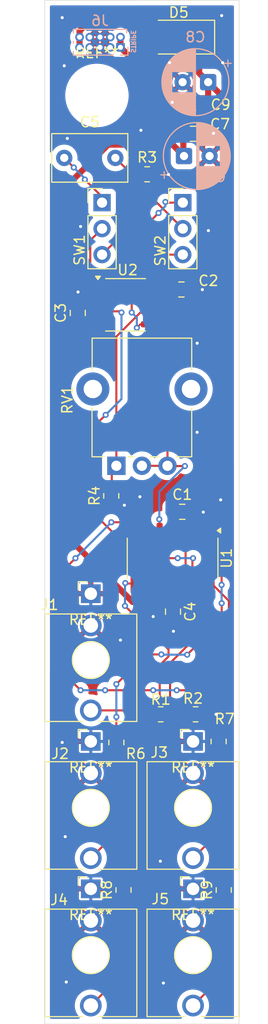
<source format=kicad_pcb>
(kicad_pcb (version 20241229) (generator "pcbnew") (generator_version "9.0")
  (layers (0 "F.Cu" signal) (2 "B.Cu" signal) (13 "F.Paste" user) (15 "B.Paste" user) (5 "F.SilkS" user "F.Silkscreen") (7 "B.SilkS" user "B.Silkscreen") (1 "F.Mask" user) (3 "B.Mask" user) (25 "Edge.Cuts" user))
  (net 0 "")
  (net 1 "GND")
  (net 2 "+12V")
  (net 3 "-12V")
  (net 4 "Net-(SW1-C)")
  (net 5 "Net-(SW1-A)")
  (net 6 "Net-(U2B--)")
  (net 7 "/pwr-eurorack-10p/+12V_IN")
  (net 8 "Net-(J1-PadT)")
  (net 9 "Net-(J2-PadT)")
  (net 10 "Net-(J3-PadT)")
  (net 11 "Net-(J4-PadT)")
  (net 12 "Net-(J5-PadT)")
  (net 13 "Net-(U2A-+)")
  (net 14 "Net-(SW2-C)")
  (net 15 "Net-(U1A--)")
  (net 16 "Net-(U1B--)")
  (net 17 "Net-(U1C--)")
  (net 18 "Net-(U1D--)")
  (net 19 "Net-(SW2-A)")
  (net 20 "Net-(SW1-B)")
  (footprint "MountingHole:MountingHole_3mm" (layer "F.Cu") (at 124.5 153.28)
    (property "Reference" "REF**" (at 0 -3.95 0) (layer "F.SilkS"))
    (property "Value" "MountingHole_3mm")
    (pad "" np_thru_hole circle (at 0 0) (size 3 3) (drill 3) (layers "*.Cu" "*.Mask"))
  )
  (footprint "MountingHole:MountingHole_3mm" (layer "F.Cu") (at 124.5 138.88)
    (property "Reference" "REF**" (at 0 -3.95 0) (layer "F.SilkS"))
    (property "Value" "MountingHole_3mm")
    (pad "" np_thru_hole circle (at 0 0) (size 3 3) (drill 3) (layers "*.Cu" "*.Mask"))
  )
  (footprint "Capacitor_SMD:C_0805_2012Metric" (layer "F.Cu") (at 134.5 70)
    (property "Reference" "C9" (at 2.7 0.2 0) (layer "F.SilkS"))
    (property "Value" "0.1uF")
    (pad "1" smd roundrect (at -0.95 0) (size 1 1.45) (layers "F.Cu" "F.Mask" "F.Paste") (net 1 "GND"))
    (pad "2" smd roundrect (at 0.95 0) (size 1 1.45) (layers "F.Cu" "F.Mask" "F.Paste") (net 2 "+12V"))
  )
  (footprint "drichert:Jack_3.5mm_QingPu_WQP-PJ398SM_Vertical_CircularHoles" (layer "F.Cu") (at 124.5 146.8)
    (property "Reference" "J4" (at -3.1 1.08 180) (layer "F.SilkS"))
    (property "Value" "OUT3")
    (pad "S" thru_hole rect (at 0 0 180) (size 1.93 1.83) (drill 1.22) (layers "*.Cu" "*.Mask") (net 1 "GND"))
    (pad "T" thru_hole circle (at 0 11.4 180) (size 2.13 2.13) (drill 1.43) (layers "*.Cu" "*.Mask") (net 11 "Net-(J4-PadT)"))
    (pad "TN" thru_hole circle (at 0 3.1 180) (size 2.13 2.13) (drill 1.42) (layers "*.Cu" "*.Mask") (net 1 "GND"))
    (zone (net 0) (net_name "") (layer "F.Cu") (connect_pads (clearance 0)) (min_thickness 0.254)
      (keepout (tracks not_allowed) (vias not_allowed) (pads not_allowed) (copperpour not_allowed) (footprints not_allowed))
      (fill (thermal_gap 0.508) (thermal_bridge_width 0.508))
      (polygon (pts (xy 126.005141 153.28) (xy 125.98493 153.034171) (xy 125.924841 152.794945) (xy 125.826486 152.568744) (xy 125.692508 152.361645) (xy 125.526504 152.17921) (xy 125.332932 152.026336) (xy 125.116992 151.907131) (xy 124.884482 151.824794) (xy 124.641646 151.781539) (xy 124.395007 151.778525) (xy 124.151187 151.815835) (xy 123.916734 151.892466) (xy 123.697946 152.00636) (xy 123.500697 152.154458) (xy 123.330286 152.332784) (xy 123.191288 152.536548) (xy 123.087436 152.760278) (xy 123.021519 152.997965) (xy 122.995308 153.243226) (xy 123.009507 153.489475) (xy 123.063734 153.730099) (xy 123.156532 153.958634) (xy 123.285411 154.168945) (xy 123.446908 154.355382) (xy 123.636687 154.512939) (xy 123.84965 154.637385) (xy 124.080079 154.725377) (xy 124.321785 154.774553) (xy 124.568278 154.783592) (xy 124.812936 154.75225) (xy 125.049191 154.68137) (xy 125.270697 154.572856) (xy 125.471505 154.429621) (xy 125.646223 154.255512) (xy 125.790158 154.055205) (xy 125.899445 153.834079) (xy 125.971149 153.598074) (xy 126.003344 153.353526)))
    )
  )
  (footprint "Resistor_SMD:R_0805_2012Metric" (layer "F.Cu") (at 134.75 129.75 180)
    (property "Reference" "R2" (at 0.25 1.55 0) (layer "F.SilkS"))
    (property "Value" "100k")
    (pad "1" smd roundrect (at -0.9125 0 180) (size 1.025 1.4) (layers "F.Cu" "F.Mask" "F.Paste") (roundrect_rratio 0.243902) (net 1 "GND") (thermal_gap 0.3))
    (pad "2" smd roundrect (at 0.9125 0 180) (size 1.025 1.4) (layers "F.Cu" "F.Mask" "F.Paste") (roundrect_rratio 0.243902) (net 13 "Net-(U2A-+)"))
  )
  (footprint "Resistor_SMD:R_0805_2012Metric" (layer "F.Cu") (at 127 132.5 90)
    (property "Reference" "R6" (at -1.1 1.9 180) (layer "F.SilkS"))
    (property "Value" "1k")
    (pad "1" smd roundrect (at -0.9125 0 90) (size 1.025 1.4) (layers "F.Cu" "F.Mask" "F.Paste") (roundrect_rratio 0.243902) (net 9 "Net-(J2-PadT)"))
    (pad "2" smd roundrect (at 0.9125 0 90) (size 1.025 1.4) (layers "F.Cu" "F.Mask" "F.Paste") (roundrect_rratio 0.243902) (net 15 "Net-(U1A--)"))
  )
  (footprint "Resistor_SMD:R_0805_2012Metric" (layer "F.Cu") (at 137 132.4 90)
    (property "Reference" "R7" (at 2.2 0.593095 180) (layer "F.SilkS"))
    (property "Value" "1k")
    (pad "1" smd roundrect (at -0.9125 0 90) (size 1.025 1.4) (layers "F.Cu" "F.Mask" "F.Paste") (roundrect_rratio 0.243902) (net 10 "Net-(J3-PadT)"))
    (pad "2" smd roundrect (at 0.9125 0 90) (size 1.025 1.4) (layers "F.Cu" "F.Mask" "F.Paste") (roundrect_rratio 0.243902) (net 16 "Net-(U1B--)"))
  )
  (footprint "Resistor_SMD:R_0805_2012Metric" (layer "F.Cu") (at 131.3375 129.75 180)
    (property "Reference" "R1" (at 0 1.45 0) (layer "F.SilkS"))
    (property "Value" "10k")
    (pad "1" smd roundrect (at -0.9125 0 180) (size 1.025 1.4) (layers "F.Cu" "F.Mask" "F.Paste") (roundrect_rratio 0.243902) (net 13 "Net-(U2A-+)"))
    (pad "2" smd roundrect (at 0.9125 0 180) (size 1.025 1.4) (layers "F.Cu" "F.Mask" "F.Paste") (roundrect_rratio 0.243902) (net 8 "Net-(J1-PadT)"))
  )
  (footprint "Resistor_SMD:R_0805_2012Metric" (layer "F.Cu") (at 127.7 146.9125 90)
    (property "Reference" "R8" (at 0 -1.65 90) (layer "F.SilkS"))
    (property "Value" "1k")
    (pad "1" smd roundrect (at -0.9125 0 90) (size 1.025 1.4) (layers "F.Cu" "F.Mask" "F.Paste") (roundrect_rratio 0.243902) (net 11 "Net-(J4-PadT)"))
    (pad "2" smd roundrect (at 0.9125 0 90) (size 1.025 1.4) (layers "F.Cu" "F.Mask" "F.Paste") (roundrect_rratio 0.243902) (net 17 "Net-(U1C--)"))
  )
  (footprint "Capacitor_SMD:C_0805_2012Metric" (layer "F.Cu") (at 132.54 119.725 -90)
    (property "Reference" "C4" (at 0 -1.68 90) (layer "F.SilkS"))
    (property "Value" "0.1uF")
    (pad "1" smd roundrect (at -0.95 0 270) (size 1 1.45) (layers "F.Cu" "F.Mask" "F.Paste") (net 3 "-12V"))
    (pad "2" smd roundrect (at 0.95 0 270) (size 1 1.45) (layers "F.Cu" "F.Mask" "F.Paste") (net 1 "GND"))
  )
  (footprint "Capacitor_THT:C_Rect_L7.2mm_W4.5mm_P5.00mm_FKS2_FKP2_MKS2_MKP2" (layer "F.Cu") (at 121.9 75.4)
    (property "Reference" "C5" (at 2.5 -3.5 0) (layer "F.SilkS"))
    (property "Value" "1uF")
    (pad "1" thru_hole circle (at 0 0) (size 1.6 1.6) (drill 0.8) (layers "*.Cu" "*.Mask") (net 5 "Net-(SW1-A)"))
    (pad "2" thru_hole circle (at 5 0) (size 1.6 1.6) (drill 0.8) (layers "*.Cu" "*.Mask") (net 4 "Net-(SW1-C)"))
  )
  (footprint "Capacitor_SMD:C_0805_2012Metric" (layer "F.Cu") (at 133.444032 109.967117)
    (property "Reference" "C1" (at 0 -1.68 0) (layer "F.SilkS"))
    (property "Value" "0.1uF")
    (pad "1" smd roundrect (at -0.95 0) (size 1 1.45) (layers "F.Cu" "F.Mask" "F.Paste") (net 2 "+12V"))
    (pad "2" smd roundrect (at 0.95 0) (size 1 1.45) (layers "F.Cu" "F.Mask" "F.Paste") (net 1 "GND"))
  )
  (footprint "Resistor_SMD:R_0805_2012Metric" (layer "F.Cu") (at 126.5 108.4125 90)
    (property "Reference" "R4" (at 0 -1.65 90) (layer "F.SilkS"))
    (property "Value" "10k")
    (pad "1" smd roundrect (at -0.9125 0 90) (size 1.025 1.4) (layers "F.Cu" "F.Mask" "F.Paste") (roundrect_rratio 0.243902) (net 1 "GND"))
    (pad "2" smd roundrect (at 0.9125 0 90) (size 1.025 1.4) (layers "F.Cu" "F.Mask" "F.Paste") (roundrect_rratio 0.243902) (net 6 "Net-(U2B--)"))
  )
  (footprint "drichert:Potentiometer_Alpha_RD901F-40-00D_Single_Vertical_CircularHoles" (layer "F.Cu") (at 127 105.475 90)
    (property "Reference" "RV1" (at 6.45 -4.8 90) (layer "F.SilkS"))
    (property "Value" "100k")
    (pad "" thru_hole circle (at 7.5 -2.3 180) (size 3.24 3.24) (drill 1.8) (layers "*.Cu" "*.Mask"))
    (pad "" thru_hole circle (at 7.5 7.3 180) (size 3.24 3.24) (drill 1.8) (layers "*.Cu" "*.Mask"))
    (pad "1" thru_hole rect (at 0 0 180) (size 1.8 1.8) (drill 1) (layers "*.Cu" "*.Mask") (net 6 "Net-(U2B--)"))
    (pad "2" thru_hole circle (at 0 2.5 180) (size 1.8 1.8) (drill 1) (layers "*.Cu" "*.Mask") (net 14 "Net-(SW2-C)"))
    (pad "3" thru_hole circle (at 0 5 180) (size 1.8 1.8) (drill 1) (layers "*.Cu" "*.Mask") (net 14 "Net-(SW2-C)"))
  )
  (footprint "drichert:ToggleSwitch_1x03_P2.54mm_Vertical" (layer "F.Cu") (at 133.4995 79.767375)
    (property "Reference" "SW2" (at -2.205382 4.692957 90) (layer "F.SilkS"))
    (property "Value" "DRIVE")
    (pad "1" thru_hole rect (at 0 0) (size 1.7 1.7) (drill 1) (layers "*.Cu" "*.Mask") (net 19 "Net-(SW2-A)"))
    (pad "2" thru_hole circle (at 0 2.54) (size 1.7 1.7) (drill 1) (layers "*.Cu" "*.Mask") (net 4 "Net-(SW1-C)"))
    (pad "3" thru_hole circle (at 0 5.08) (size 1.7 1.7) (drill 1) (layers "*.Cu" "*.Mask") (net 14 "Net-(SW2-C)"))
  )
  (footprint "Resistor_SMD:R_0805_2012Metric" (layer "F.Cu") (at 130.0125 77)
    (property "Reference" "R3" (at 0 -1.65 0) (layer "F.SilkS"))
    (property "Value" "1M")
    (pad "1" smd roundrect (at -0.9125 0) (size 1.025 1.4) (layers "F.Cu" "F.Mask" "F.Paste") (roundrect_rratio 0.243902) (net 4 "Net-(SW1-C)"))
    (pad "2" smd roundrect (at 0.9125 0) (size 1.025 1.4) (layers "F.Cu" "F.Mask" "F.Paste") (roundrect_rratio 0.243902) (net 1 "GND"))
  )
  (footprint "MountingHole:MountingHole_3.2mm_M3" (layer "F.Cu") (at 125.1 69.3)
    (property "Reference" "REF**" (at 0 -4.15 0) (layer "F.SilkS"))
    (property "Value" "MountingHole_3.2mm_M3")
    (pad "" np_thru_hole circle (at 0 0) (size 3.2 3.2) (drill 3.2) (layers "*.Cu" "*.Mask") (clearance 1.5))
  )
  (footprint "Diode_SMD:D_SMA" (layer "F.Cu") (at 133.1 63.6 180)
    (property "Reference" "D5" (at 0 2.4 0) (layer "F.SilkS"))
    (property "Value" "SS12")
    (pad "1" smd roundrect (at -2 0 180) (size 2.5 1.8) (layers "F.Cu" "F.Mask" "F.Paste") (roundrect_rratio 0.1388888889) (net 2 "+12V"))
    (pad "2" smd roundrect (at 2 0 180) (size 2.5 1.8) (layers "F.Cu" "F.Mask" "F.Paste") (roundrect_rratio 0.1388888889) (net 7 "/pwr-eurorack-10p/+12V_IN"))
  )
  (footprint "drichert:ToggleSwitch_1x03_P2.54mm_Vertical" (layer "F.Cu") (at 125.6 79.767375)
    (property "Reference" "SW1" (at -2.2 4.632625 270) (layer "F.SilkS"))
    (property "Value" "AC_COUPLE")
    (pad "1" thru_hole rect (at 0 0) (size 1.7 1.7) (drill 1) (layers "*.Cu" "*.Mask") (net 5 "Net-(SW1-A)"))
    (pad "2" thru_hole circle (at 0 2.54) (size 1.7 1.7) (drill 1) (layers "*.Cu" "*.Mask") (net 20 "Net-(SW1-B)"))
    (pad "3" thru_hole circle (at 0 5.08) (size 1.7 1.7) (drill 1) (layers "*.Cu" "*.Mask") (net 4 "Net-(SW1-C)"))
  )
  (footprint "drichert:Jack_3.5mm_QingPu_WQP-PJ398SM_Vertical_CircularHoles" (layer "F.Cu") (at 134.5 132.4)
    (property "Reference" "J3" (at -3.3 1.08 180) (layer "F.SilkS"))
    (property "Value" "OUT2")
    (pad "S" thru_hole rect (at 0 0 180) (size 1.93 1.83) (drill 1.22) (layers "*.Cu" "*.Mask") (net 1 "GND"))
    (pad "T" thru_hole circle (at 0 11.4 180) (size 2.13 2.13) (drill 1.43) (layers "*.Cu" "*.Mask") (net 10 "Net-(J3-PadT)"))
    (pad "TN" thru_hole circle (at 0 3.1 180) (size 2.13 2.13) (drill 1.42) (layers "*.Cu" "*.Mask") (net 1 "GND"))
    (zone (net 0) (net_name "") (layer "F.Cu") (connect_pads (clearance 0)) (min_thickness 0.254)
      (keepout (tracks not_allowed) (vias not_allowed) (pads not_allowed) (copperpour not_allowed) (footprints not_allowed))
      (fill (thermal_gap 0.508) (thermal_bridge_width 0.508))
      (polygon (pts (xy 136.005141 138.88) (xy 135.98493 138.634171) (xy 135.924841 138.394945) (xy 135.826486 138.168744) (xy 135.692508 137.961645) (xy 135.526504 137.77921) (xy 135.332932 137.626336) (xy 135.116992 137.507131) (xy 134.884482 137.424794) (xy 134.641646 137.381539) (xy 134.395007 137.378525) (xy 134.151187 137.415835) (xy 133.916734 137.492466) (xy 133.697946 137.60636) (xy 133.500697 137.754458) (xy 133.330286 137.932784) (xy 133.191288 138.136548) (xy 133.087436 138.360278) (xy 133.021519 138.597965) (xy 132.995308 138.843226) (xy 133.009507 139.089475) (xy 133.063734 139.330099) (xy 133.156532 139.558634) (xy 133.285411 139.768945) (xy 133.446908 139.955382) (xy 133.636687 140.112939) (xy 133.84965 140.237385) (xy 134.080079 140.325377) (xy 134.321785 140.374553) (xy 134.568278 140.383592) (xy 134.812936 140.35225) (xy 135.049191 140.28137) (xy 135.270697 140.172856) (xy 135.471505 140.029621) (xy 135.646223 139.855512) (xy 135.790158 139.655205) (xy 135.899445 139.434079) (xy 135.971149 139.198074) (xy 136.003344 138.953526)))
    )
  )
  (footprint "Capacitor_SMD:C_0805_2012Metric" (layer "F.Cu") (at 123.223662 90.547277 90)
    (property "Reference" "C3" (at 0 -1.68 90) (layer "F.SilkS"))
    (property "Value" "0.1uF")
    (pad "1" smd roundrect (at -0.95 0 90) (size 1 1.45) (layers "F.Cu" "F.Mask" "F.Paste") (net 3 "-12V"))
    (pad "2" smd roundrect (at 0.95 0 90) (size 1 1.45) (layers "F.Cu" "F.Mask" "F.Paste") (net 1 "GND"))
  )
  (footprint "MountingHole:MountingHole_3mm" (layer "F.Cu") (at 134.5 153.28)
    (property "Reference" "REF**" (at 0 -3.95 0) (layer "F.SilkS"))
    (property "Value" "MountingHole_3mm")
    (pad "" np_thru_hole circle (at 0 0) (size 3 3) (drill 3) (layers "*.Cu" "*.Mask"))
  )
  (footprint "drichert:Jack_3.5mm_QingPu_WQP-PJ398SM_Vertical_CircularHoles" (layer "F.Cu") (at 124.5 117.97)
    (property "Reference" "J1" (at -4.03 1.08 180) (layer "F.SilkS"))
    (property "Value" "IN")
    (pad "S" thru_hole rect (at 0 0 180) (size 1.93 1.83) (drill 1.22) (layers "*.Cu" "*.Mask") (net 1 "GND"))
    (pad "T" thru_hole circle (at 0 11.4 180) (size 2.13 2.13) (drill 1.43) (layers "*.Cu" "*.Mask") (net 8 "Net-(J1-PadT)"))
    (pad "TN" thru_hole circle (at 0 3.1 180) (size 2.13 2.13) (drill 1.42) (layers "*.Cu" "*.Mask") (net 1 "GND"))
    (zone (net 0) (net_name "") (layer "F.Cu") (connect_pads (clearance 0)) (min_thickness 0.254)
      (keepout (tracks not_allowed) (vias not_allowed) (pads not_allowed) (copperpour not_allowed) (footprints not_allowed))
      (fill (thermal_gap 0.508) (thermal_bridge_width 0.508))
      (polygon (pts (xy 126.005141 124.45) (xy 125.98493 124.204171) (xy 125.924841 123.964945) (xy 125.826486 123.738744) (xy 125.692508 123.531645) (xy 125.526504 123.34921) (xy 125.332932 123.196336) (xy 125.116992 123.077131) (xy 124.884482 122.994794) (xy 124.641646 122.951539) (xy 124.395007 122.948525) (xy 124.151187 122.985835) (xy 123.916734 123.062466) (xy 123.697946 123.17636) (xy 123.500697 123.324458) (xy 123.330286 123.502784) (xy 123.191288 123.706548) (xy 123.087436 123.930278) (xy 123.021519 124.167965) (xy 122.995308 124.413226) (xy 123.009507 124.659475) (xy 123.063734 124.900099) (xy 123.156532 125.128634) (xy 123.285411 125.338945) (xy 123.446908 125.525382) (xy 123.636687 125.682939) (xy 123.84965 125.807385) (xy 124.080079 125.895377) (xy 124.321785 125.944553) (xy 124.568278 125.953592) (xy 124.812936 125.92225) (xy 125.049191 125.85137) (xy 125.270697 125.742856) (xy 125.471505 125.599621) (xy 125.646223 125.425512) (xy 125.790158 125.225205) (xy 125.899445 125.004079) (xy 125.971149 124.768074) (xy 126.003344 124.523526)))
    )
  )
  (footprint "Package_SO:SOIC-14_3.9x8.7mm_P1.27mm" (layer "F.Cu") (at 132.5 114.5 -90)
    (property "Reference" "U1" (at 0 -5.28 90) (layer "F.SilkS"))
    (property "Value" "TL074")
    (pad "1" smd roundrect (at -2.475 -3.81 270) (size 1.95 0.6) (layers "F.Cu" "F.Mask" "F.Paste") (net 15 "Net-(U1A--)"))
    (pad "2" smd roundrect (at -2.475 -2.54 270) (size 1.95 0.6) (layers "F.Cu" "F.Mask" "F.Paste") (net 15 "Net-(U1A--)"))
    (pad "3" smd roundrect (at -2.475 -1.27 270) (size 1.95 0.6) (layers "F.Cu" "F.Mask" "F.Paste") (net 14 "Net-(SW2-C)"))
    (pad "4" smd roundrect (at -2.475 0 270) (size 1.95 0.6) (layers "F.Cu" "F.Mask" "F.Paste") (net 2 "+12V"))
    (pad "5" smd roundrect (at -2.475 1.27 270) (size 1.95 0.6) (layers "F.Cu" "F.Mask" "F.Paste") (net 14 "Net-(SW2-C)"))
    (pad "6" smd roundrect (at -2.475 2.54 270) (size 1.95 0.6) (layers "F.Cu" "F.Mask" "F.Paste") (net 16 "Net-(U1B--)"))
    (pad "7" smd roundrect (at -2.475 3.81 270) (size 1.95 0.6) (layers "F.Cu" "F.Mask" "F.Paste") (net 16 "Net-(U1B--)"))
    (pad "8" smd roundrect (at 2.475 3.81 270) (size 1.95 0.6) (layers "F.Cu" "F.Mask" "F.Paste") (net 17 "Net-(U1C--)"))
    (pad "9" smd roundrect (at 2.475 2.54 270) (size 1.95 0.6) (layers "F.Cu" "F.Mask" "F.Paste") (net 17 "Net-(U1C--)"))
    (pad "10" smd roundrect (at 2.475 1.27 270) (size 1.95 0.6) (layers "F.Cu" "F.Mask" "F.Paste") (net 14 "Net-(SW2-C)"))
    (pad "11" smd roundrect (at 2.475 0 270) (size 1.95 0.6) (layers "F.Cu" "F.Mask" "F.Paste") (net 3 "-12V"))
    (pad "12" smd roundrect (at 2.475 -1.27 270) (size 1.95 0.6) (layers "F.Cu" "F.Mask" "F.Paste") (net 14 "Net-(SW2-C)"))
    (pad "13" smd roundrect (at 2.475 -2.54 270) (size 1.95 0.6) (layers "F.Cu" "F.Mask" "F.Paste") (net 18 "Net-(U1D--)"))
    (pad "14" smd roundrect (at 2.475 -3.81 270) (size 1.95 0.6) (layers "F.Cu" "F.Mask" "F.Paste") (net 18 "Net-(U1D--)"))
  )
  (footprint "Package_SO:SOIC-8_3.9x4.9mm_P1.27mm" (layer "F.Cu") (at 127.9 89.75)
    (property "Reference" "U2" (at 0.2 -3.4 0) (layer "F.SilkS"))
    (property "Value" "TL072")
    (pad "1" smd roundrect (at -2.475 -1.905) (size 1.95 0.6) (layers "F.Cu" "F.Mask" "F.Paste") (net 20 "Net-(SW1-B)"))
    (pad "2" smd roundrect (at -2.475 -0.635) (size 1.95 0.6) (layers "F.Cu" "F.Mask" "F.Paste") (net 20 "Net-(SW1-B)"))
    (pad "3" smd roundrect (at -2.475 0.635) (size 1.95 0.6) (layers "F.Cu" "F.Mask" "F.Paste") (net 13 "Net-(U2A-+)"))
    (pad "4" smd roundrect (at -2.475 1.905) (size 1.95 0.6) (layers "F.Cu" "F.Mask" "F.Paste") (net 3 "-12V"))
    (pad "5" smd roundrect (at 2.475 1.905) (size 1.95 0.6) (layers "F.Cu" "F.Mask" "F.Paste") (net 19 "Net-(SW2-A)"))
    (pad "6" smd roundrect (at 2.475 0.635) (size 1.95 0.6) (layers "F.Cu" "F.Mask" "F.Paste") (net 6 "Net-(U2B--)"))
    (pad "7" smd roundrect (at 2.475 -0.635) (size 1.95 0.6) (layers "F.Cu" "F.Mask" "F.Paste") (net 14 "Net-(SW2-C)"))
    (pad "8" smd roundrect (at 2.475 -1.905) (size 1.95 0.6) (layers "F.Cu" "F.Mask" "F.Paste") (net 2 "+12V"))
  )
  (footprint "MountingHole:MountingHole_3mm" (layer "F.Cu") (at 134.5 138.88)
    (property "Reference" "REF**" (at 0 -3.95 0) (layer "F.SilkS"))
    (property "Value" "MountingHole_3mm")
    (pad "" np_thru_hole circle (at 0 0) (size 3 3) (drill 3) (layers "*.Cu" "*.Mask"))
  )
  (footprint "drichert:Jack_3.5mm_QingPu_WQP-PJ398SM_Vertical_CircularHoles" (layer "F.Cu") (at 124.5 132.4)
    (property "Reference" "J2" (at -3 1.2 180) (layer "F.SilkS"))
    (property "Value" "OUT1")
    (pad "S" thru_hole rect (at 0 0 180) (size 1.93 1.83) (drill 1.22) (layers "*.Cu" "*.Mask") (net 1 "GND"))
    (pad "T" thru_hole circle (at 0 11.4 180) (size 2.13 2.13) (drill 1.43) (layers "*.Cu" "*.Mask") (net 9 "Net-(J2-PadT)"))
    (pad "TN" thru_hole circle (at 0 3.1 180) (size 2.13 2.13) (drill 1.42) (layers "*.Cu" "*.Mask") (net 1 "GND"))
    (zone (net 0) (net_name "") (layer "F.Cu") (connect_pads (clearance 0)) (min_thickness 0.254)
      (keepout (tracks not_allowed) (vias not_allowed) (pads not_allowed) (copperpour not_allowed) (footprints not_allowed))
      (fill (thermal_gap 0.508) (thermal_bridge_width 0.508))
      (polygon (pts (xy 126.005141 138.88) (xy 125.98493 138.634171) (xy 125.924841 138.394945) (xy 125.826486 138.168744) (xy 125.692508 137.961645) (xy 125.526504 137.77921) (xy 125.332932 137.626336) (xy 125.116992 137.507131) (xy 124.884482 137.424794) (xy 124.641646 137.381539) (xy 124.395007 137.378525) (xy 124.151187 137.415835) (xy 123.916734 137.492466) (xy 123.697946 137.60636) (xy 123.500697 137.754458) (xy 123.330286 137.932784) (xy 123.191288 138.136548) (xy 123.087436 138.360278) (xy 123.021519 138.597965) (xy 122.995308 138.843226) (xy 123.009507 139.089475) (xy 123.063734 139.330099) (xy 123.156532 139.558634) (xy 123.285411 139.768945) (xy 123.446908 139.955382) (xy 123.636687 140.112939) (xy 123.84965 140.237385) (xy 124.080079 140.325377) (xy 124.321785 140.374553) (xy 124.568278 140.383592) (xy 124.812936 140.35225) (xy 125.049191 140.28137) (xy 125.270697 140.172856) (xy 125.471505 140.029621) (xy 125.646223 139.855512) (xy 125.790158 139.655205) (xy 125.899445 139.434079) (xy 125.971149 139.198074) (xy 126.003344 138.953526)))
    )
  )
  (footprint "Capacitor_SMD:C_0805_2012Metric" (layer "F.Cu") (at 134.5 73.042968)
    (property "Reference" "C7" (at 2.644344 -0.942968 0) (layer "F.SilkS"))
    (property "Value" "0.1uF")
    (pad "1" smd roundrect (at -0.95 0) (size 1 1.45) (layers "F.Cu" "F.Mask" "F.Paste") (net 3 "-12V"))
    (pad "2" smd roundrect (at 0.95 0) (size 1 1.45) (layers "F.Cu" "F.Mask" "F.Paste") (net 1 "GND"))
  )
  (footprint "Resistor_SMD:R_0805_2012Metric" (layer "F.Cu") (at 137.5 146.9125 90)
    (property "Reference" "R9" (at 0 -1.65 90) (layer "F.SilkS"))
    (property "Value" "1k")
    (pad "1" smd roundrect (at -0.9125 0 90) (size 1.025 1.4) (layers "F.Cu" "F.Mask" "F.Paste") (roundrect_rratio 0.243902) (net 12 "Net-(J5-PadT)"))
    (pad "2" smd roundrect (at 0.9125 0 90) (size 1.025 1.4) (layers "F.Cu" "F.Mask" "F.Paste") (roundrect_rratio 0.243902) (net 18 "Net-(U1D--)"))
  )
  (footprint "MountingHole:MountingHole_3mm" (layer "F.Cu") (at 124.5 124.45)
    (property "Reference" "REF**" (at 0 -3.95 0) (layer "F.SilkS"))
    (property "Value" "MountingHole_3mm")
    (pad "" np_thru_hole circle (at 0 0) (size 3 3) (drill 3) (layers "*.Cu" "*.Mask"))
  )
  (footprint "Capacitor_SMD:C_0805_2012Metric" (layer "F.Cu") (at 133.36319 88.252629)
    (property "Reference" "C2" (at 2.63681 -0.852629 0) (layer "F.SilkS"))
    (property "Value" "0.1uF")
    (pad "1" smd roundrect (at -0.95 0) (size 1 1.45) (layers "F.Cu" "F.Mask" "F.Paste") (net 2 "+12V"))
    (pad "2" smd roundrect (at 0.95 0) (size 1 1.45) (layers "F.Cu" "F.Mask" "F.Paste") (net 1 "GND"))
  )
  (footprint "drichert:Jack_3.5mm_QingPu_WQP-PJ398SM_Vertical_CircularHoles" (layer "F.Cu") (at 134.5 146.8)
    (property "Reference" "J5" (at -3.2 1 180) (layer "F.SilkS"))
    (property "Value" "OUT4")
    (pad "S" thru_hole rect (at 0 0 180) (size 1.93 1.83) (drill 1.22) (layers "*.Cu" "*.Mask") (net 1 "GND"))
    (pad "T" thru_hole circle (at 0 11.4 180) (size 2.13 2.13) (drill 1.43) (layers "*.Cu" "*.Mask") (net 12 "Net-(J5-PadT)"))
    (pad "TN" thru_hole circle (at 0 3.1 180) (size 2.13 2.13) (drill 1.42) (layers "*.Cu" "*.Mask") (net 1 "GND"))
    (zone (net 0) (net_name "") (layer "F.Cu") (connect_pads (clearance 0)) (min_thickness 0.254)
      (keepout (tracks not_allowed) (vias not_allowed) (pads not_allowed) (copperpour not_allowed) (footprints not_allowed))
      (fill (thermal_gap 0.508) (thermal_bridge_width 0.508))
      (polygon (pts (xy 136.005141 153.28) (xy 135.98493 153.034171) (xy 135.924841 152.794945) (xy 135.826486 152.568744) (xy 135.692508 152.361645) (xy 135.526504 152.17921) (xy 135.332932 152.026336) (xy 135.116992 151.907131) (xy 134.884482 151.824794) (xy 134.641646 151.781539) (xy 134.395007 151.778525) (xy 134.151187 151.815835) (xy 133.916734 151.892466) (xy 133.697946 152.00636) (xy 133.500697 152.154458) (xy 133.330286 152.332784) (xy 133.191288 152.536548) (xy 133.087436 152.760278) (xy 133.021519 152.997965) (xy 132.995308 153.243226) (xy 133.009507 153.489475) (xy 133.063734 153.730099) (xy 133.156532 153.958634) (xy 133.285411 154.168945) (xy 133.446908 154.355382) (xy 133.636687 154.512939) (xy 133.84965 154.637385) (xy 134.080079 154.725377) (xy 134.321785 154.774553) (xy 134.568278 154.783592) (xy 134.812936 154.75225) (xy 135.049191 154.68137) (xy 135.270697 154.572856) (xy 135.471505 154.429621) (xy 135.646223 154.255512) (xy 135.790158 154.055205) (xy 135.899445 153.834079) (xy 135.971149 153.598074) (xy 136.003344 153.353526)))
    )
  )
  (footprint "Connector_PinHeader_1.00mm:PinHeader_2x05_P1.00mm_Vertical" (layer "B.Cu") (at 127.4 64.6 90)
    (property "Reference" "J6" (at 2.6 -2 180) (layer "B.SilkS") (effects (justify mirror)))
    (property "Value" "PWR")
    (pad "1" thru_hole rect (at 0 0 90) (size 0.85 0.85) (drill 0.5) (layers "*.Cu" "*.Mask") (net 3 "-12V"))
    (pad "2" thru_hole circle (at 1 0 90) (size 0.85 0.85) (drill 0.5) (layers "*.Cu" "*.Mask") (net 3 "-12V"))
    (pad "3" thru_hole circle (at 0 -1 90) (size 0.85 0.85) (drill 0.5) (layers "*.Cu" "*.Mask") (net 1 "GND") (thermal_gap 0.2))
    (pad "4" thru_hole circle (at 1 -1 90) (size 0.85 0.85) (drill 0.5) (layers "*.Cu" "*.Mask") (net 1 "GND") (thermal_gap 0.2))
    (pad "5" thru_hole circle (at 0 -2 90) (size 0.85 0.85) (drill 0.5) (layers "*.Cu" "*.Mask") (net 1 "GND") (thermal_gap 0.2))
    (pad "6" thru_hole circle (at 1 -2 90) (size 0.85 0.85) (drill 0.5) (layers "*.Cu" "*.Mask") (net 1 "GND") (thermal_gap 0.2))
    (pad "7" thru_hole circle (at 0 -3 90) (size 0.85 0.85) (drill 0.5) (layers "*.Cu" "*.Mask") (net 1 "GND") (thermal_gap 0.2))
    (pad "8" thru_hole circle (at 1 -3 90) (size 0.85 0.85) (drill 0.5) (layers "*.Cu" "*.Mask") (net 1 "GND") (thermal_gap 0.2))
    (pad "9" thru_hole circle (at 0 -4 90) (size 0.85 0.85) (drill 0.5) (layers "*.Cu" "*.Mask") (net 7 "/pwr-eurorack-10p/+12V_IN"))
    (pad "10" thru_hole circle (at 1 -4 90) (size 0.85 0.85) (drill 0.5) (layers "*.Cu" "*.Mask") (net 7 "/pwr-eurorack-10p/+12V_IN"))
  )
  (footprint "Capacitor_THT:CP_Radial_D6.3mm_P2.50mm" (layer "B.Cu") (at 133.614344 75.216213)
    (property "Reference" "C6" (at 3.135656 2.033787 0) (layer "B.SilkS") (effects (justify mirror)))
    (property "Value" "10uF")
    (pad "1" thru_hole roundrect (at 0 0) (size 1.6 1.6) (drill 0.8) (layers "*.Cu" "*.Mask") (roundrect_rratio 0.15625) (net 3 "-12V"))
    (pad "2" thru_hole circle (at 2.5 0) (size 1.6 1.6) (drill 0.8) (layers "*.Cu" "*.Mask") (net 1 "GND") (thermal_gap 0.3))
  )
  (footprint "Capacitor_THT:CP_Radial_D6.3mm_P2.50mm" (layer "B.Cu") (at 135.979103 68 180)
    (property "Reference" "C8" (at 1.25 4.4 0) (layer "B.SilkS") (effects (justify mirror)))
    (property "Value" "10uF")
    (pad "1" thru_hole roundrect (at 0 0 180) (size 1.6 1.6) (drill 0.8) (layers "*.Cu" "*.Mask") (roundrect_rratio 0.15625) (net 2 "+12V"))
    (pad "2" thru_hole circle (at 2.5 0 180) (size 1.6 1.6) (drill 0.8) (layers "*.Cu" "*.Mask") (net 1 "GND"))
  )
  (gr_rect (start 120 60) (end 139 160) (stroke (width 0.05)) (fill no) (layer "Edge.Cuts"))
  (gr_text "STRIPE" (at 128.4 65.2 270) (layer "B.SilkS") (effects (font (size 0.43 0.43) (thickness 0.1075) (bold yes)) (justify left bottom mirror)))
  (segment (start 132.95 68.1) (end 133.05 68) (width 0.2) (layer "F.Cu") (net 1))
  (segment (start 132.54 120.675) (end 132.54 121.599115) (width 0.3) (layer "F.Cu") (net 1))
  (segment (start 132.070895 77) (end 132.093972 77.023077) (width 0.3) (layer "F.Cu") (net 1))
  (segment (start 123.25 89.570939) (end 123.223662 89.597277) (width 0.3) (layer "F.Cu") (net 1))
  (segment (start 134.31319 88.252629) (end 135.394001 88.252629) (width 0.3) (layer "F.Cu") (net 1))
  (segment (start 133.516389 69.966389) (end 133.55 70) (width 0.3) (layer "F.Cu") (net 1))
  (segment (start 135.467117 109.967117) (end 135.5 110) (width 0.3) (layer "F.Cu") (net 1))
  (segment (start 126.5 109.325) (end 127.78205 109.324999) (width 0.3) (layer "F.Cu") (net 1))
  (segment (start 130.925 77) (end 132.070895 77) (width 0.3) (layer "F.Cu") (net 1))
  (segment (start 133.05 68) (end 133.5 68) (width 0.2) (layer "F.Cu") (net 1))
  (segment (start 132.456689 69.966389) (end 133.516389 69.966389) (width 0.3) (layer "F.Cu") (net 1))
  (segment (start 135.6625 129.75) (end 136.75 129.75) (width 0.3) (layer "F.Cu") (net 1))
  (segment (start 136.5 73) (end 135.492968 73) (width 0.3) (layer "F.Cu") (net 1))
  (segment (start 123.25 88.5) (end 123.25 89.570939) (width 0.3) (layer "F.Cu") (net 1))
  (segment (start 134.394032 109.967117) (end 135.467117 109.967117) (width 0.3) (layer "F.Cu") (net 1))
  (segment (start 135.394001 88.252629) (end 135.408004 88.266632) (width 0.3) (layer "F.Cu") (net 1))
  (segment (start 132.54 121.599115) (end 132.579916 121.639031) (width 0.3) (layer "F.Cu") (net 1))
  (segment (start 135.492968 73) (end 135.45 73.042968) (width 0.3) (layer "F.Cu") (net 1))
  (via (at 137.3 61.5) (size 0.5) (drill 0.3) (layers "F.Cu" "B.Cu") (net 1))
  (via (at 129.3 108.5) (size 0.6) (drill 0.3) (layers "F.Cu" "B.Cu") (net 1))
  (via (at 137.2 108.8) (size 0.6) (drill 0.3) (layers "F.Cu" "B.Cu") (net 1))
  (via (at 132.2 66.1) (size 0.5) (drill 0.3) (layers "F.Cu" "B.Cu") (net 1))
  (via (at 129.4 72.7) (size 0.6) (drill 0.3) (layers "F.Cu" "B.Cu") (net 1))
  (via (at 134.9 102.2) (size 0.6) (drill 0.3) (layers "F.Cu" "B.Cu") (net 1))
  (via (at 130.6 120.2) (size 0.6) (drill 0.3) (layers "F.Cu" "B.Cu") (net 1))
  (via (at 136 82.5) (size 0.6) (drill 0.3) (layers "F.Cu" "B.Cu") (net 1))
  (via (at 132.093972 77.023077) (size 0.6) (drill 0.3) (layers "F.Cu" "B.Cu") (net 1))
  (via (at 122.2 73.5) (size 0.6) (drill 0.3) (layers "F.Cu" "B.Cu") (net 1))
  (via (at 131.3 144.1) (size 0.6) (drill 0.3) (layers "F.Cu" "B.Cu") (net 1))
  (via (at 121.7 132.5) (size 0.6) (drill 0.3) (layers "F.Cu" "B.Cu") (net 1))
  (via (at 136.5 73) (size 0.6) (drill 0.3) (layers "F.Cu" "B.Cu") (net 1))
  (via (at 137.4 66.1) (size 0.5) (drill 0.3) (layers "F.Cu" "B.Cu") (net 1))
  (via (at 123.5 82.1) (size 0.6) (drill 0.3) (layers "F.Cu" "B.Cu") (net 1))
  (via (at 122 141.7) (size 0.6) (drill 0.3) (layers "F.Cu" "B.Cu") (net 1))
  (via (at 121.7 61.7) (size 0.6) (drill 0.3) (layers "F.Cu" "B.Cu") (net 1))
  (via (at 122.1 155.9) (size 0.6) (drill 0.3) (layers "F.Cu" "B.Cu") (net 1))
  (via (at 132.456689 69.966389) (size 0.6) (drill 0.3) (layers "F.Cu" "B.Cu") (net 1))
  (via (at 135.408004 88.266632) (size 0.6) (drill 0.3) (layers "F.Cu" "B.Cu") (net 1))
  (via (at 127.4 122.5) (size 0.6) (drill 0.3) (layers "F.Cu" "B.Cu") (net 1))
  (via (at 132.579916 121.639031) (size 0.6) (drill 0.3) (layers "F.Cu" "B.Cu") (net 1))
  (via (at 123.25 88.5) (size 0.6) (drill 0.3) (layers "F.Cu" "B.Cu") (net 1))
  (via (at 135.5 110) (size 0.6) (drill 0.3) (layers "F.Cu" "B.Cu") (net 1))
  (via (at 136.75 129.75) (size 0.6) (drill 0.3) (layers "F.Cu" "B.Cu") (net 1))
  (via (at 121.9 66.4) (size 0.6) (drill 0.3) (layers "F.Cu" "B.Cu") (net 1))
  (via (at 131.6 156) (size 0.6) (drill 0.3) (layers "F.Cu" "B.Cu") (net 1))
  (via (at 134.9 93.5) (size 0.6) (drill 0.3) (layers "F.Cu" "B.Cu") (net 1))
  (via (at 127.78205 109.324999) (size 0.6) (drill 0.3) (layers "F.Cu" "B.Cu") (net 1))
  (segment (start 132.41319 88.252629) (end 130.782629 88.252629) (width 0.6) (layer "F.Cu") (net 2))
  (segment (start 135.1 67.120897) (end 135.979103 68) (width 0.6) (layer "F.Cu") (net 2))
  (segment (start 137.882675 104.578474) (end 132.494032 109.967117) (width 0.6) (layer "F.Cu") (net 2))
  (segment (start 135.1 63.6) (end 135.1 67.120897) (width 0.6) (layer "F.Cu") (net 2))
  (segment (start 132.494032 112.019032) (end 132.5 112.025) (width 0.6) (layer "F.Cu") (net 2))
  (segment (start 132.494032 109.967117) (end 132.494032 112.019032) (width 0.6) (layer "F.Cu") (net 2))
  (segment (start 130.782629 88.252629) (end 130.375 87.845) (width 0.6) (layer "F.Cu") (net 2))
  (segment (start 137.882675 89.5) (end 137.882675 104.578474) (width 0.6) (layer "F.Cu") (net 2))
  (segment (start 135.979103 69.470897) (end 135.45 70) (width 0.6) (layer "F.Cu") (net 2))
  (segment (start 136 68) (end 136 68.2) (width 0.2) (layer "F.Cu") (net 2))
  (segment (start 135.35 68) (end 136 68) (width 0.2) (layer "F.Cu") (net 2))
  (segment (start 133.660561 89.5) (end 132.41319 88.252629) (width 0.6) (layer "F.Cu") (net 2))
  (segment (start 137.882675 69.903572) (end 135.979103 68.000001) (width 0.6) (layer "F.Cu") (net 2))
  (segment (start 137.882675 89.5) (end 137.882675 69.903572) (width 0.6) (layer "F.Cu") (net 2))
  (segment (start 137.882675 89.5) (end 133.660561 89.5) (width 0.6) (layer "F.Cu") (net 2))
  (segment (start 135.979103 68.000001) (end 135.979103 68) (width 0.6) (layer "F.Cu") (net 2))
  (segment (start 135.979103 68) (end 135.979103 69.470897) (width 0.6) (layer "F.Cu") (net 2))
  (segment (start 133.55 73.042968) (end 133.55 75.151869) (width 0.6) (layer "F.Cu") (net 3))
  (segment (start 122 112.18481) (end 128.59019 118.775) (width 0.6) (layer "F.Cu") (net 3))
  (segment (start 123.223662 91.497277) (end 125.241277 91.497277) (width 0.6) (layer "F.Cu") (net 3))
  (segment (start 126.201 74.099) (end 122 78.3) (width 0.6) (layer "F.Cu") (net 3))
  (segment (start 127.4 64.6) (end 127.4 63.6) (width 0.6) (layer "F.Cu") (net 3))
  (segment (start 128.59019 118.775) (end 132.54 118.775) (width 0.6) (layer "F.Cu") (net 3))
  (segment (start 125.241277 91.497277) (end 125.399 91.655) (width 0.6) (layer "F.Cu") (net 3))
  (segment (start 122 78.3) (end 122 91.5) (width 0.6) (layer "F.Cu") (net 3))
  (segment (start 122 91.5) (end 122 112.18481) (width 0.6) (layer "F.Cu") (net 3))
  (segment (start 122 91.5) (end 122.002723 91.497277) (width 0.6) (layer "F.Cu") (net 3))
  (segment (start 133.614344 75.216213) (end 132.497131 74.099) (width 0.6) (layer "F.Cu") (net 3))
  (segment (start 132.54 118.775) (end 132.54 117.015) (width 0.6) (layer "F.Cu") (net 3))
  (segment (start 133.614344 75.216213) (end 131.5 73.101869) (width 0.6) (layer "F.Cu") (net 3))
  (segment (start 133.55 75.151869) (end 133.614344 75.216213) (width 0.6) (layer "F.Cu") (net 3))
  (segment (start 131.5 68.7) (end 127.4 64.6) (width 0.6) (layer "F.Cu") (net 3))
  (segment (start 132.54 117.015) (end 132.5 116.975) (width 0.6) (layer "F.Cu") (net 3))
  (segment (start 131.5 73.101869) (end 131.5 68.7) (width 0.6) (layer "F.Cu") (net 3))
  (segment (start 132.497131 74.099) (end 126.201 74.099) (width 0.6) (layer "F.Cu") (net 3))
  (segment (start 122.002723 91.497277) (end 123.223662 91.497277) (width 0.6) (layer "F.Cu") (net 3))
  (segment (start 125.6 84.847375) (end 129.1 81.347375) (width 0.2) (layer "F.Cu") (net 4))
  (segment (start 126.9 75.4) (end 128.5 77) (width 0.2) (layer "F.Cu") (net 4))
  (segment (start 129.1 77.907875) (end 129.1 77) (width 0.2) (layer "F.Cu") (net 4))
  (segment (start 129.1 81.347375) (end 129.1 77.907875) (width 0.2) (layer "F.Cu") (net 4))
  (segment (start 128.5 77) (end 129.1 77) (width 0.2) (layer "F.Cu") (net 4))
  (segment (start 133.4995 82.307375) (end 129.1 77.907875) (width 0.2) (layer "F.Cu") (net 4))
  (segment (start 122.834314 76.334314) (end 121.9 75.4) (width 0.2) (layer "F.Cu") (net 5))
  (segment (start 125.6 79.2) (end 123.915686 77.515686) (width 0.2) (layer "F.Cu") (net 5))
  (segment (start 125.6 79.767375) (end 125.6 79.2) (width 0.2) (layer "F.Cu") (net 5))
  (via (at 123.915686 77.515686) (size 0.6) (drill 0.3) (layers "F.Cu" "B.Cu") (net 5))
  (via (at 122.834314 76.334314) (size 0.6) (drill 0.3) (layers "F.Cu" "B.Cu") (net 5))
  (segment (start 123.915686 77.515686) (end 123.915686 77.415686) (width 0.2) (layer "B.Cu") (net 5))
  (segment (start 123.915686 77.415686) (end 122.834314 76.334314) (width 0.2) (layer "B.Cu") (net 5))
  (segment (start 126.55 107.45) (end 126.5 107.5) (width 0.2) (layer "F.Cu") (net 6))
  (segment (start 127 92.849943) (end 127 105.475) (width 0.2) (layer "F.Cu") (net 6))
  (segment (start 126.55 105.475) (end 126.55 107.45) (width 0.2) (layer "F.Cu") (net 6))
  (segment (start 130.375 90.385) (end 129.464943 90.385) (width 0.2) (layer "F.Cu") (net 6))
  (segment (start 129.464943 90.385) (end 127 92.849943) (width 0.2) (layer "F.Cu") (net 6))
  (segment (start 123.4 62.99896) (end 125.09896 61.3) (width 0.6) (layer "F.Cu") (net 7))
  (segment (start 125.09896 61.3) (end 128.8 61.3) (width 0.6) (layer "F.Cu") (net 7))
  (segment (start 123.4 63.6) (end 123.4 62.99896) (width 0.6) (layer "F.Cu") (net 7))
  (segment (start 128.8 61.3) (end 131.1 63.6) (width 0.6) (layer "F.Cu") (net 7))
  (segment (start 131.1 63.6) (end 130.374 62.874) (width 0.3) (layer "F.Cu") (net 7))
  (segment (start 123.4 63.6) (end 123.4 64.6) (width 0.6) (layer "F.Cu") (net 7))
  (segment (start 130.045 129.37) (end 130.425 129.75) (width 0.2) (layer "F.Cu") (net 8))
  (segment (start 124.5 129.37) (end 130.045 129.37) (width 0.2) (layer "F.Cu") (net 8))
  (segment (start 127 141.3) (end 124.5 143.8) (width 0.2) (layer "F.Cu") (net 9))
  (segment (start 127 133.4125) (end 127 141.3) (width 0.2) (layer "F.Cu") (net 9))
  (segment (start 137 133.3125) (end 137 141.3) (width 0.2) (layer "F.Cu") (net 10))
  (segment (start 137 141.3) (end 134.5 143.8) (width 0.2) (layer "F.Cu") (net 10))
  (segment (start 127.7 155) (end 124.5 158.2) (width 0.2) (layer "F.Cu") (net 11))
  (segment (start 127.7 147.825) (end 127.7 155) (width 0.2) (layer "F.Cu") (net 11))
  (segment (start 137.5 155.2) (end 134.5 158.2) (width 0.2) (layer "F.Cu") (net 12))
  (segment (start 137.5 147.825) (end 137.5 155.2) (width 0.2) (layer "F.Cu") (net 12))
  (segment (start 127.385 90.385) (end 127.5 90.5) (width 0.2) (layer "F.Cu") (net 13))
  (segment (start 125.349 101.101) (end 125.349 110.679032) (width 0.2) (layer "F.Cu") (net 13))
  (segment (start 134.439 122.561) (end 132.25 124.75) (width 0.2) (layer "F.Cu") (net 13))
  (segment (start 125.95 100.5) (end 125.349 101.101) (width 0.2) (layer "F.Cu") (net 13))
  (segment (start 125.349 110.679032) (end 129.169968 114.5) (width 0.2) (layer "F.Cu") (net 13))
  (segment (start 132.25 129.75) (end 133.8375 129.75) (width 0.2) (layer "F.Cu") (net 13))
  (segment (start 132.25 124.75) (end 132.25 129.75) (width 0.2) (layer "F.Cu") (net 13))
  (segment (start 134.439 114.561) (end 134.439 122.561) (width 0.2) (layer "F.Cu") (net 13))
  (segment (start 125.425 90.385) (end 127.385 90.385) (width 0.2) (layer "F.Cu") (net 13))
  (segment (start 134.5 114.5) (end 134.439 114.561) (width 0.2) (layer "F.Cu") (net 13))
  (segment (start 129.169968 114.5) (end 133 114.5) (width 0.2) (layer "F.Cu") (net 13))
  (via (at 133 114.5) (size 0.6) (drill 0.3) (layers "F.Cu" "B.Cu") (net 13))
  (via (at 125.95 100.5) (size 0.6) (drill 0.3) (layers "F.Cu" "B.Cu") (net 13))
  (via (at 127.5 90.5) (size 0.6) (drill 0.3) (layers "F.Cu" "B.Cu") (net 13))
  (via (at 134.5 114.5) (size 0.6) (drill 0.3) (layers "F.Cu" "B.Cu") (net 13))
  (segment (start 127.5 90.5) (end 127.5 98.95) (width 0.2) (layer "B.Cu") (net 13))
  (segment (start 133 114.5) (end 134.5 114.5) (width 0.2) (layer "B.Cu") (net 13))
  (segment (start 127.5 98.95) (end 125.95 100.5) (width 0.2) (layer "B.Cu") (net 13))
  (segment (start 132.840968 115.699) (end 131.801 115.699) (width 0.2) (layer "F.Cu") (net 14))
  (segment (start 129.099 87.504032) (end 129.099 88.813999) (width 0.2) (layer "F.Cu") (net 14))
  (segment (start 131.23 112.025) (end 131.23 110.73) (width 0.2) (layer "F.Cu") (net 14))
  (segment (start 133.77 116.628032) (end 132.840968 115.699) (width 0.2) (layer "F.Cu") (net 14))
  (segment (start 133.7 105.5) (end 132.025 105.5) (width 0.2) (layer "F.Cu") (net 14))
  (segment (start 133.77 112.025) (end 133.77 116.975) (width 0.2) (layer "F.Cu") (net 14))
  (segment (start 131.23 110.73) (end 131.2 110.7) (width 0.2) (layer "F.Cu") (net 14))
  (segment (start 130.375 89.115) (end 131.349999 89.115) (width 0.2) (layer "F.Cu") (net 14))
  (segment (start 129.400001 89.115) (end 130.375 89.115) (width 0.2) (layer "F.Cu") (net 14))
  (segment (start 129.5 105.475) (end 132 105.475) (width 0.2) (layer "F.Cu") (net 14))
  (segment (start 129.099 88.813999) (end 129.400001 89.115) (width 0.2) (layer "F.Cu") (net 14))
  (segment (start 131.23 112.025) (end 131.23 112.999999) (width 0.2) (layer "F.Cu") (net 14))
  (segment (start 132.025 105.5) (end 132 105.475) (width 0.2) (layer "F.Cu") (net 14))
  (segment (start 131.349999 89.115) (end 132 89.765001) (width 0.2) (layer "F.Cu") (net 14))
  (segment (start 131.23 116.27) (end 131.23 116.975) (width 0.2) (layer "F.Cu") (net 14))
  (segment (start 133.77 116.975) (end 133.77 116.628032) (width 0.2) (layer "F.Cu") (net 14))
  (segment (start 131.23 112.999999) (end 131.531001 113.301) (width 0.2) (layer "F.Cu") (net 14))
  (segment (start 131.531001 113.301) (end 132.949 113.301) (width 0.2) (layer "F.Cu") (net 14))
  (segment (start 131.755657 84.847375) (end 129.099 87.504032) (width 0.2) (layer "F.Cu") (net 14))
  (segment (start 132 89.765001) (end 132 105.475) (width 0.2) (layer "F.Cu") (net 14))
  (segment (start 133.77 112.48) (end 133.77 112.025) (width 0.2) (layer "F.Cu") (net 14))
  (segment (start 131.801 115.699) (end 131.23 116.27) (width 0.2) (layer "F.Cu") (net 14))
  (segment (start 132.949 113.301) (end 133.77 112.48) (width 0.2) (layer "F.Cu") (net 14))
  (segment (start 133.4995 84.847375) (end 131.755657 84.847375) (width 0.2) (layer "F.Cu") (net 14))
  (via (at 133.7 105.5) (size 0.6) (drill 0.3) (layers "F.Cu" "B.Cu") (net 14))
  (via (at 131.2 110.7) (size 0.6) (drill 0.3) (layers "F.Cu" "B.Cu") (net 14))
  (segment (start 131.2 108) (end 133.7 105.5) (width 0.2) (layer "B.Cu") (net 14))
  (segment (start 131.2 110.7) (end 131.2 108) (width 0.2) (layer "B.Cu") (net 14))
  (segment (start 135.04 112.025) (end 137.291765 114.276765) (width 0.2) (layer "F.Cu") (net 15))
  (segment (start 137.3 118.9) (end 137.3 120.54853) (width 0.2) (layer "F.Cu") (net 15))
  (segment (start 131.4 123.9) (end 129.9 123.9) (width 0.2) (layer "F.Cu") (net 15))
  (segment (start 137.291765 114.276765) (end 137.291765 117.108235) (width 0.2) (layer "F.Cu") (net 15))
  (segment (start 137.3 120.54853) (end 133.924265 123.924265) (width 0.2) (layer "F.Cu") (net 15))
  (segment (start 136.31 112.025) (end 135.04 112.025) (width 0.2) (layer "F.Cu") (net 15))
  (segment (start 127 130) (end 127 131.5875) (width 0.2) (layer "F.Cu") (net 15))
  (segment (start 129.9 123.9) (end 127 126.8) (width 0.2) (layer "F.Cu") (net 15))
  (via (at 127 130) (size 0.6) (drill 0.3) (layers "F.Cu" "B.Cu") (net 15))
  (via (at 131.4 123.9) (size 0.6) (drill 0.3) (layers "F.Cu" "B.Cu") (net 15))
  (via (at 137.291765 117.108235) (size 0.6) (drill 0.3) (layers "F.Cu" "B.Cu") (net 15))
  (via (at 127 126.8) (size 0.6) (drill 0.3) (layers "F.Cu" "B.Cu") (net 15))
  (via (at 137.3 118.9) (size 0.6) (drill 0.3) (layers "F.Cu" "B.Cu") (net 15))
  (via (at 133.924265 123.924265) (size 0.6) (drill 0.3) (layers "F.Cu" "B.Cu") (net 15))
  (segment (start 133.924265 123.924265) (end 131.424265 123.924265) (width 0.2) (layer "B.Cu") (net 15))
  (segment (start 137.291765 118.891765) (end 137.3 118.9) (width 0.2) (layer "B.Cu") (net 15))
  (segment (start 137.291765 117.108235) (end 137.291765 118.891765) (width 0.2) (layer "B.Cu") (net 15))
  (segment (start 131.424265 123.924265) (end 131.4 123.9) (width 0.2) (layer "B.Cu") (net 15))
  (segment (start 127 126.8) (end 127 130) (width 0.2) (layer "B.Cu") (net 15))
  (segment (start 132.9 127.4) (end 135.249944 127.4) (width 0.2) (layer "F.Cu") (net 16))
  (segment (start 135.249944 127.4) (end 137.351 129.501056) (width 0.2) (layer "F.Cu") (net 16))
  (segment (start 137 131.4875) (end 136.9875 131.4875) (width 0.2) (layer "F.Cu") (net 16))
  (segment (start 123 114.5) (end 121.2 116.3) (width 0.2) (layer "F.Cu") (net 16))
  (segment (start 137.351 131.1365) (end 137 131.4875) (width 0.2) (layer "F.Cu") (net 16))
  (segment (start 121.2 116.3) (end 121.2 125.1) (width 0.2) (layer "F.Cu") (net 16))
  (segment (start 128.69 112.025) (end 129.96 112.025) (width 0.2) (layer "F.Cu") (net 16))
  (segment (start 128.925751 110.990751) (end 126.509249 110.990751) (width 0.2) (layer "F.Cu") (net 16))
  (segment (start 121.2 125.1) (end 123.5 127.4) (width 0.2) (layer "F.Cu") (net 16))
  (segment (start 130.6 127.4) (end 125.9 127.4) (width 0.2) (layer "F.Cu") (net 16))
  (segment (start 129.96 112.025) (end 129.96 112.66) (width 0.2) (layer "F.Cu") (net 16))
  (segment (start 132.9 127.4) (end 135.249943 127.4) (width 0.2) (layer "F.Cu") (net 16))
  (segment (start 137.351 129.501056) (end 137.351 131.1365) (width 0.2) (layer "F.Cu") (net 16))
  (segment (start 129.96 112.025) (end 128.925751 110.990751) (width 0.2) (layer "F.Cu") (net 16))
  (via (at 130.6 127.4) (size 0.6) (drill 0.3) (layers "F.Cu" "B.Cu") (net 16))
  (via (at 132.9 127.4) (size 0.6) (drill 0.3) (layers "F.Cu" "B.Cu") (net 16))
  (via (at 126.509249 110.990751) (size 0.6) (drill 0.3) (layers "F.Cu" "B.Cu") (net 16))
  (via (at 125.9 127.4) (size 0.6) (drill 0.3) (layers "F.Cu" "B.Cu") (net 16))
  (via (at 123.5 127.4) (size 0.6) (drill 0.3) (layers "F.Cu" "B.Cu") (net 16))
  (via (at 123 114.5) (size 0.6) (drill 0.3) (layers "F.Cu" "B.Cu") (net 16))
  (segment (start 123 114.5) (end 126.509249 110.990751) (width 0.2) (layer "B.Cu") (net 16))
  (segment (start 123.5 127.4) (end 125.9 127.4) (width 0.2) (layer "B.Cu") (net 16))
  (segment (start 132.9 127.4) (end 130.6 127.4) (width 0.2) (layer "B.Cu") (net 16))
  (segment (start 127.841909 119.158091) (end 132.083818 123.4) (width 0.2) (layer "F.Cu") (net 17))
  (segment (start 128.69 116.975) (end 127.921562 116.975) (width 0.2) (layer "F.Cu") (net 17))
  (segment (start 127.841909 119.158091) (end 127.858091 119.158091) (width 0.2) (layer "F.Cu") (net 17))
  (segment (start 132.1 124.1) (end 131.2385 124.9615) (width 0.2) (layer "F.Cu") (net 17))
  (segment (start 127.7 143.7229) (end 127.7 146) (width 0.2) (layer "F.Cu") (net 17))
  (segment (start 131.2385 124.9615) (end 131.2385 140.1844) (width 0.2) (layer "F.Cu") (net 17))
  (segment (start 128.69 116.975) (end 129.96 116.975) (width 0.2) (layer "F.Cu") (net 17))
  (segment (start 132.1 123.4) (end 132.1 124.1) (width 0.2) (layer "F.Cu") (net 17))
  (segment (start 127.921562 116.975) (end 127.873281 116.926719) (width 0.2) (layer "F.Cu") (net 17))
  (segment (start 131.2385 140.1844) (end 127.7 143.7229) (width 0.2) (layer "F.Cu") (net 17))
  (segment (start 132.083818 123.4) (end 132.1 123.4) (width 0.2) (layer "F.Cu") (net 17))
  (via (at 127.873281 116.926719) (size 0.6) (drill 0.3) (layers "F.Cu" "B.Cu") (net 17))
  (via (at 127.841909 119.158091) (size 0.6) (drill 0.3) (layers "F.Cu" "B.Cu") (net 17))
  (segment (start 127.841909 116.958091) (end 127.841909 119.158091) (width 0.2) (layer "B.Cu") (net 17))
  (segment (start 127.873281 116.926719) (end 127.841909 116.958091) (width 0.2) (layer "B.Cu") (net 17))
  (segment (start 135.04 116.975) (end 136.31 116.975) (width 0.2) (layer "F.Cu") (net 18))
  (segment (start 138.001 118.666) (end 138.001 145.499) (width 0.2) (layer "F.Cu") (net 18))
  (segment (start 138.001 145.499) (end 137.5 146) (width 0.2) (layer "F.Cu") (net 18))
  (segment (start 136.31 116.975) (end 138.001 118.666) (width 0.2) (layer "F.Cu") (net 18))
  (segment (start 131.867375 79.767375) (end 131.8 79.7) (width 0.2) (layer "F.Cu") (net 19))
  (segment (start 128.5 83.4) (end 128.5 90.5) (width 0.2) (layer "F.Cu") (net 19))
  (segment (start 129.345 91.655) (end 129 92) (width 0.2) (layer "F.Cu") (net 19))
  (segment (start 133.4995 79.767375) (end 131.867375 79.767375) (width 0.2) (layer "F.Cu") (net 19))
  (segment (start 131.121798 80.778202) (end 128.5 83.4) (width 0.2) (layer "F.Cu") (net 19))
  (segment (start 130.375 91.655) (end 129.345 91.655) (width 0.2) (layer "F.Cu") (net 19))
  (via (at 128.5 90.5) (size 0.6) (drill 0.3) (layers "F.Cu" "B.Cu") (net 19))
  (via (at 129 92) (size 0.6) (drill 0.3) (layers "F.Cu" "B.Cu") (net 19))
  (via (at 131.121798 80.778202) (size 0.6) (drill 0.3) (layers "F.Cu" "B.Cu") (net 19))
  (via (at 131.8 79.7) (size 0.6) (drill 0.3) (layers "F.Cu" "B.Cu") (net 19))
  (segment (start 131.8 80.1) (end 131.121798 80.778202) (width 0.2) (layer "B.Cu") (net 19))
  (segment (start 131.8 79.7) (end 131.8 80.1) (width 0.2) (layer "B.Cu") (net 19))
  (segment (start 129 92) (end 129 91) (width 0.2) (layer "B.Cu") (net 19))
  (segment (start 129 91) (end 128.5 90.5) (width 0.2) (layer "B.Cu") (net 19))
  (segment (start 125.425 89.115) (end 125.425 87.845) (width 0.2) (layer "F.Cu") (net 20))
  (segment (start 125.6 82.307375) (end 124.449 83.458375) (width 0.2) (layer "F.Cu") (net 20))
  (segment (start 124.449 83.458375) (end 124.449 86.869) (width 0.2) (layer "F.Cu") (net 20))
  (segment (start 124.449 86.869) (end 125.425 87.845) (width 0.2) (layer "F.Cu") (net 20))
  (zone (net 1) (net_name "GND") (layer "F.Cu") (priority 1) (connect_pads (clearance 0.5)) (min_thickness 0.25) (fill yes (thermal_gap 0.5) (thermal_bridge_width 0.5))
    (polygon (pts (xy 139 160) (xy 120 160) (xy 120 116.1) (xy 120.7 116.1) (xy 122.235749 114.202898) (xy 121 112.6) (xy 121.1 78.1) (xy 120 78.1) (xy 120 60) (xy 139 60)))
  )
  (zone (net 1) (net_name "GND") (layer "B.Cu") (connect_pads (clearance 0.5)) (min_thickness 0.25) (fill yes (thermal_gap 0.2) (thermal_bridge_width 0.3))
    (polygon (pts (xy 120 60) (xy 139 60) (xy 139 160) (xy 120 160)))
  )
)
</source>
